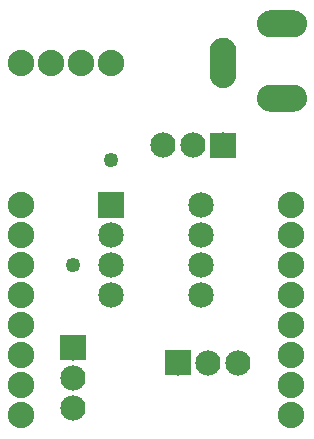
<source format=gbs>
G04 MADE WITH FRITZING*
G04 WWW.FRITZING.ORG*
G04 DOUBLE SIDED*
G04 HOLES PLATED*
G04 CONTOUR ON CENTER OF CONTOUR VECTOR*
%ASAXBY*%
%FSLAX23Y23*%
%MOIN*%
%OFA0B0*%
%SFA1.0B1.0*%
%ADD10C,0.049370*%
%ADD11C,0.085000*%
%ADD12C,0.084000*%
%ADD13C,0.088000*%
%ADD14C,0.088740*%
%ADD15R,0.085000X0.085000*%
%ADD16R,0.001000X0.001000*%
%LNMASK0*%
G90*
G70*
G54D10*
X379Y944D03*
X254Y594D03*
G54D11*
X379Y794D03*
X679Y794D03*
X379Y694D03*
X679Y694D03*
X379Y594D03*
X679Y594D03*
X379Y494D03*
X679Y494D03*
G54D12*
X254Y319D03*
X254Y219D03*
X254Y119D03*
X754Y994D03*
X654Y994D03*
X554Y994D03*
G54D13*
X79Y1269D03*
X179Y1269D03*
X279Y1269D03*
X379Y1269D03*
X79Y94D03*
X79Y194D03*
X79Y294D03*
X79Y394D03*
X79Y494D03*
X79Y594D03*
X79Y694D03*
X79Y794D03*
X979Y794D03*
X979Y694D03*
X979Y594D03*
X979Y494D03*
X979Y394D03*
X979Y294D03*
X979Y194D03*
X979Y94D03*
G54D12*
X604Y269D03*
X704Y269D03*
X804Y269D03*
G54D14*
X951Y1151D03*
X951Y1399D03*
X754Y1269D03*
G54D15*
X379Y794D03*
G54D16*
X907Y1443D02*
X993Y1443D01*
X901Y1442D02*
X999Y1442D01*
X898Y1441D02*
X1003Y1441D01*
X895Y1440D02*
X1005Y1440D01*
X893Y1439D02*
X1008Y1439D01*
X890Y1438D02*
X1010Y1438D01*
X889Y1437D02*
X1011Y1437D01*
X887Y1436D02*
X1013Y1436D01*
X886Y1435D02*
X1015Y1435D01*
X884Y1434D02*
X1016Y1434D01*
X883Y1433D02*
X1017Y1433D01*
X882Y1432D02*
X1018Y1432D01*
X881Y1431D02*
X1019Y1431D01*
X880Y1430D02*
X1020Y1430D01*
X879Y1429D02*
X1021Y1429D01*
X878Y1428D02*
X1022Y1428D01*
X877Y1427D02*
X1023Y1427D01*
X876Y1426D02*
X1024Y1426D01*
X875Y1425D02*
X1025Y1425D01*
X875Y1424D02*
X1025Y1424D01*
X874Y1423D02*
X1026Y1423D01*
X873Y1422D02*
X1027Y1422D01*
X873Y1421D02*
X1027Y1421D01*
X872Y1420D02*
X1028Y1420D01*
X872Y1419D02*
X1028Y1419D01*
X871Y1418D02*
X1029Y1418D01*
X871Y1417D02*
X1029Y1417D01*
X870Y1416D02*
X1030Y1416D01*
X870Y1415D02*
X1030Y1415D01*
X870Y1414D02*
X1030Y1414D01*
X869Y1413D02*
X945Y1413D01*
X955Y1413D02*
X1031Y1413D01*
X869Y1412D02*
X943Y1412D01*
X957Y1412D02*
X1031Y1412D01*
X869Y1411D02*
X941Y1411D01*
X959Y1411D02*
X1031Y1411D01*
X868Y1410D02*
X940Y1410D01*
X960Y1410D02*
X1032Y1410D01*
X868Y1409D02*
X939Y1409D01*
X961Y1409D02*
X1032Y1409D01*
X868Y1408D02*
X938Y1408D01*
X962Y1408D02*
X1032Y1408D01*
X868Y1407D02*
X937Y1407D01*
X963Y1407D02*
X1032Y1407D01*
X868Y1406D02*
X937Y1406D01*
X963Y1406D02*
X1033Y1406D01*
X867Y1405D02*
X936Y1405D01*
X964Y1405D02*
X1033Y1405D01*
X867Y1404D02*
X936Y1404D01*
X964Y1404D02*
X1033Y1404D01*
X867Y1403D02*
X935Y1403D01*
X965Y1403D02*
X1033Y1403D01*
X867Y1402D02*
X935Y1402D01*
X965Y1402D02*
X1033Y1402D01*
X867Y1401D02*
X935Y1401D01*
X965Y1401D02*
X1033Y1401D01*
X867Y1400D02*
X935Y1400D01*
X965Y1400D02*
X1033Y1400D01*
X867Y1399D02*
X935Y1399D01*
X965Y1399D02*
X1033Y1399D01*
X867Y1398D02*
X935Y1398D01*
X965Y1398D02*
X1033Y1398D01*
X867Y1397D02*
X935Y1397D01*
X965Y1397D02*
X1033Y1397D01*
X867Y1396D02*
X935Y1396D01*
X965Y1396D02*
X1033Y1396D01*
X867Y1395D02*
X935Y1395D01*
X965Y1395D02*
X1033Y1395D01*
X867Y1394D02*
X936Y1394D01*
X964Y1394D02*
X1033Y1394D01*
X867Y1393D02*
X936Y1393D01*
X964Y1393D02*
X1033Y1393D01*
X867Y1392D02*
X937Y1392D01*
X964Y1392D02*
X1033Y1392D01*
X868Y1391D02*
X937Y1391D01*
X963Y1391D02*
X1032Y1391D01*
X868Y1390D02*
X938Y1390D01*
X962Y1390D02*
X1032Y1390D01*
X868Y1389D02*
X939Y1389D01*
X961Y1389D02*
X1032Y1389D01*
X868Y1388D02*
X940Y1388D01*
X960Y1388D02*
X1032Y1388D01*
X869Y1387D02*
X941Y1387D01*
X959Y1387D02*
X1031Y1387D01*
X869Y1386D02*
X943Y1386D01*
X958Y1386D02*
X1031Y1386D01*
X869Y1385D02*
X945Y1385D01*
X955Y1385D02*
X1031Y1385D01*
X870Y1384D02*
X1031Y1384D01*
X870Y1383D02*
X1030Y1383D01*
X870Y1382D02*
X1030Y1382D01*
X871Y1381D02*
X1029Y1381D01*
X871Y1380D02*
X1029Y1380D01*
X872Y1379D02*
X1028Y1379D01*
X872Y1378D02*
X1028Y1378D01*
X873Y1377D02*
X1027Y1377D01*
X873Y1376D02*
X1027Y1376D01*
X874Y1375D02*
X1026Y1375D01*
X875Y1374D02*
X1026Y1374D01*
X875Y1373D02*
X1025Y1373D01*
X876Y1372D02*
X1024Y1372D01*
X877Y1371D02*
X1023Y1371D01*
X878Y1370D02*
X1022Y1370D01*
X879Y1369D02*
X1022Y1369D01*
X879Y1368D02*
X1021Y1368D01*
X880Y1367D02*
X1020Y1367D01*
X882Y1366D02*
X1019Y1366D01*
X883Y1365D02*
X1017Y1365D01*
X884Y1364D02*
X1016Y1364D01*
X885Y1363D02*
X1015Y1363D01*
X887Y1362D02*
X1013Y1362D01*
X888Y1361D02*
X1012Y1361D01*
X890Y1360D02*
X1010Y1360D01*
X892Y1359D02*
X1008Y1359D01*
X894Y1358D02*
X1006Y1358D01*
X897Y1357D02*
X1003Y1357D01*
X900Y1356D02*
X1000Y1356D01*
X905Y1355D02*
X995Y1355D01*
X746Y1352D02*
X760Y1352D01*
X742Y1351D02*
X765Y1351D01*
X739Y1350D02*
X768Y1350D01*
X736Y1349D02*
X770Y1349D01*
X734Y1348D02*
X772Y1348D01*
X732Y1347D02*
X774Y1347D01*
X731Y1346D02*
X776Y1346D01*
X729Y1345D02*
X778Y1345D01*
X728Y1344D02*
X779Y1344D01*
X726Y1343D02*
X780Y1343D01*
X725Y1342D02*
X782Y1342D01*
X724Y1341D02*
X783Y1341D01*
X723Y1340D02*
X784Y1340D01*
X722Y1339D02*
X785Y1339D01*
X721Y1338D02*
X786Y1338D01*
X720Y1337D02*
X787Y1337D01*
X719Y1336D02*
X787Y1336D01*
X718Y1335D02*
X788Y1335D01*
X718Y1334D02*
X789Y1334D01*
X717Y1333D02*
X790Y1333D01*
X716Y1332D02*
X790Y1332D01*
X716Y1331D02*
X791Y1331D01*
X715Y1330D02*
X791Y1330D01*
X715Y1329D02*
X792Y1329D01*
X714Y1328D02*
X792Y1328D01*
X714Y1327D02*
X793Y1327D01*
X713Y1326D02*
X793Y1326D01*
X713Y1325D02*
X794Y1325D01*
X712Y1324D02*
X794Y1324D01*
X712Y1323D02*
X795Y1323D01*
X712Y1322D02*
X795Y1322D01*
X711Y1321D02*
X795Y1321D01*
X711Y1320D02*
X795Y1320D01*
X711Y1319D02*
X796Y1319D01*
X711Y1318D02*
X796Y1318D01*
X710Y1317D02*
X796Y1317D01*
X710Y1316D02*
X796Y1316D01*
X710Y1315D02*
X797Y1315D01*
X710Y1314D02*
X797Y1314D01*
X710Y1313D02*
X797Y1313D01*
X710Y1312D02*
X797Y1312D01*
X710Y1311D02*
X797Y1311D01*
X710Y1310D02*
X797Y1310D01*
X709Y1309D02*
X797Y1309D01*
X709Y1308D02*
X797Y1308D01*
X709Y1307D02*
X797Y1307D01*
X709Y1306D02*
X797Y1306D01*
X709Y1305D02*
X797Y1305D01*
X709Y1304D02*
X797Y1304D01*
X709Y1303D02*
X797Y1303D01*
X709Y1302D02*
X797Y1302D01*
X709Y1301D02*
X797Y1301D01*
X709Y1300D02*
X797Y1300D01*
X709Y1299D02*
X797Y1299D01*
X709Y1298D02*
X797Y1298D01*
X709Y1297D02*
X797Y1297D01*
X709Y1296D02*
X797Y1296D01*
X709Y1295D02*
X797Y1295D01*
X709Y1294D02*
X797Y1294D01*
X709Y1293D02*
X797Y1293D01*
X709Y1292D02*
X797Y1292D01*
X709Y1291D02*
X797Y1291D01*
X709Y1290D02*
X797Y1290D01*
X709Y1289D02*
X797Y1289D01*
X709Y1288D02*
X797Y1288D01*
X709Y1287D02*
X797Y1287D01*
X709Y1286D02*
X797Y1286D01*
X709Y1285D02*
X797Y1285D01*
X709Y1284D02*
X797Y1284D01*
X709Y1283D02*
X748Y1283D01*
X758Y1283D02*
X797Y1283D01*
X709Y1282D02*
X746Y1282D01*
X761Y1282D02*
X797Y1282D01*
X709Y1281D02*
X744Y1281D01*
X762Y1281D02*
X797Y1281D01*
X709Y1280D02*
X743Y1280D01*
X763Y1280D02*
X797Y1280D01*
X709Y1279D02*
X742Y1279D01*
X765Y1279D02*
X797Y1279D01*
X709Y1278D02*
X741Y1278D01*
X765Y1278D02*
X797Y1278D01*
X709Y1277D02*
X740Y1277D01*
X766Y1277D02*
X797Y1277D01*
X709Y1276D02*
X740Y1276D01*
X767Y1276D02*
X797Y1276D01*
X709Y1275D02*
X739Y1275D01*
X767Y1275D02*
X797Y1275D01*
X709Y1274D02*
X739Y1274D01*
X768Y1274D02*
X797Y1274D01*
X709Y1273D02*
X739Y1273D01*
X768Y1273D02*
X797Y1273D01*
X709Y1272D02*
X738Y1272D01*
X768Y1272D02*
X797Y1272D01*
X709Y1271D02*
X738Y1271D01*
X768Y1271D02*
X797Y1271D01*
X709Y1270D02*
X738Y1270D01*
X768Y1270D02*
X797Y1270D01*
X709Y1269D02*
X738Y1269D01*
X768Y1269D02*
X797Y1269D01*
X709Y1268D02*
X738Y1268D01*
X768Y1268D02*
X797Y1268D01*
X709Y1267D02*
X738Y1267D01*
X768Y1267D02*
X797Y1267D01*
X709Y1266D02*
X738Y1266D01*
X768Y1266D02*
X797Y1266D01*
X709Y1265D02*
X739Y1265D01*
X768Y1265D02*
X797Y1265D01*
X709Y1264D02*
X739Y1264D01*
X768Y1264D02*
X797Y1264D01*
X709Y1263D02*
X739Y1263D01*
X767Y1263D02*
X797Y1263D01*
X709Y1262D02*
X740Y1262D01*
X767Y1262D02*
X797Y1262D01*
X709Y1261D02*
X741Y1261D01*
X766Y1261D02*
X797Y1261D01*
X709Y1260D02*
X741Y1260D01*
X765Y1260D02*
X797Y1260D01*
X709Y1259D02*
X742Y1259D01*
X764Y1259D02*
X797Y1259D01*
X709Y1258D02*
X743Y1258D01*
X763Y1258D02*
X797Y1258D01*
X709Y1257D02*
X744Y1257D01*
X762Y1257D02*
X797Y1257D01*
X709Y1256D02*
X746Y1256D01*
X761Y1256D02*
X797Y1256D01*
X709Y1255D02*
X748Y1255D01*
X758Y1255D02*
X797Y1255D01*
X709Y1254D02*
X797Y1254D01*
X709Y1253D02*
X797Y1253D01*
X709Y1252D02*
X797Y1252D01*
X709Y1251D02*
X797Y1251D01*
X709Y1250D02*
X797Y1250D01*
X709Y1249D02*
X797Y1249D01*
X709Y1248D02*
X797Y1248D01*
X709Y1247D02*
X797Y1247D01*
X709Y1246D02*
X797Y1246D01*
X709Y1245D02*
X797Y1245D01*
X709Y1244D02*
X797Y1244D01*
X709Y1243D02*
X797Y1243D01*
X709Y1242D02*
X797Y1242D01*
X709Y1241D02*
X797Y1241D01*
X709Y1240D02*
X797Y1240D01*
X709Y1239D02*
X797Y1239D01*
X709Y1238D02*
X797Y1238D01*
X709Y1237D02*
X797Y1237D01*
X709Y1236D02*
X797Y1236D01*
X709Y1235D02*
X797Y1235D01*
X709Y1234D02*
X797Y1234D01*
X709Y1233D02*
X797Y1233D01*
X709Y1232D02*
X797Y1232D01*
X709Y1231D02*
X797Y1231D01*
X709Y1230D02*
X797Y1230D01*
X710Y1229D02*
X797Y1229D01*
X710Y1228D02*
X797Y1228D01*
X710Y1227D02*
X797Y1227D01*
X710Y1226D02*
X797Y1226D01*
X710Y1225D02*
X797Y1225D01*
X710Y1224D02*
X797Y1224D01*
X710Y1223D02*
X797Y1223D01*
X710Y1222D02*
X796Y1222D01*
X710Y1221D02*
X796Y1221D01*
X711Y1220D02*
X796Y1220D01*
X711Y1219D02*
X796Y1219D01*
X711Y1218D02*
X795Y1218D01*
X711Y1217D02*
X795Y1217D01*
X712Y1216D02*
X795Y1216D01*
X712Y1215D02*
X795Y1215D01*
X712Y1214D02*
X794Y1214D01*
X713Y1213D02*
X794Y1213D01*
X713Y1212D02*
X793Y1212D01*
X714Y1211D02*
X793Y1211D01*
X714Y1210D02*
X792Y1210D01*
X715Y1209D02*
X792Y1209D01*
X715Y1208D02*
X791Y1208D01*
X716Y1207D02*
X791Y1207D01*
X716Y1206D02*
X790Y1206D01*
X717Y1205D02*
X790Y1205D01*
X718Y1204D02*
X789Y1204D01*
X718Y1203D02*
X788Y1203D01*
X719Y1202D02*
X787Y1202D01*
X720Y1201D02*
X787Y1201D01*
X721Y1200D02*
X786Y1200D01*
X722Y1199D02*
X785Y1199D01*
X723Y1198D02*
X784Y1198D01*
X724Y1197D02*
X783Y1197D01*
X725Y1196D02*
X782Y1196D01*
X726Y1195D02*
X780Y1195D01*
X906Y1195D02*
X994Y1195D01*
X728Y1194D02*
X779Y1194D01*
X901Y1194D02*
X999Y1194D01*
X729Y1193D02*
X778Y1193D01*
X897Y1193D02*
X1003Y1193D01*
X731Y1192D02*
X776Y1192D01*
X895Y1192D02*
X1005Y1192D01*
X732Y1191D02*
X774Y1191D01*
X892Y1191D02*
X1008Y1191D01*
X734Y1190D02*
X772Y1190D01*
X890Y1190D02*
X1010Y1190D01*
X736Y1189D02*
X770Y1189D01*
X889Y1189D02*
X1011Y1189D01*
X739Y1188D02*
X768Y1188D01*
X887Y1188D02*
X1013Y1188D01*
X742Y1187D02*
X765Y1187D01*
X885Y1187D02*
X1015Y1187D01*
X747Y1186D02*
X760Y1186D01*
X884Y1186D02*
X1016Y1186D01*
X883Y1185D02*
X1017Y1185D01*
X882Y1184D02*
X1018Y1184D01*
X881Y1183D02*
X1019Y1183D01*
X880Y1182D02*
X1021Y1182D01*
X879Y1181D02*
X1021Y1181D01*
X878Y1180D02*
X1022Y1180D01*
X877Y1179D02*
X1023Y1179D01*
X876Y1178D02*
X1024Y1178D01*
X875Y1177D02*
X1025Y1177D01*
X875Y1176D02*
X1025Y1176D01*
X874Y1175D02*
X1026Y1175D01*
X873Y1174D02*
X1027Y1174D01*
X873Y1173D02*
X1027Y1173D01*
X872Y1172D02*
X1028Y1172D01*
X872Y1171D02*
X1028Y1171D01*
X871Y1170D02*
X1029Y1170D01*
X871Y1169D02*
X1029Y1169D01*
X870Y1168D02*
X1030Y1168D01*
X870Y1167D02*
X1030Y1167D01*
X870Y1166D02*
X1030Y1166D01*
X869Y1165D02*
X945Y1165D01*
X955Y1165D02*
X1031Y1165D01*
X869Y1164D02*
X943Y1164D01*
X957Y1164D02*
X1031Y1164D01*
X869Y1163D02*
X941Y1163D01*
X959Y1163D02*
X1031Y1163D01*
X868Y1162D02*
X940Y1162D01*
X960Y1162D02*
X1032Y1162D01*
X868Y1161D02*
X939Y1161D01*
X961Y1161D02*
X1032Y1161D01*
X868Y1160D02*
X938Y1160D01*
X962Y1160D02*
X1032Y1160D01*
X868Y1159D02*
X937Y1159D01*
X963Y1159D02*
X1032Y1159D01*
X868Y1158D02*
X937Y1158D01*
X963Y1158D02*
X1033Y1158D01*
X867Y1157D02*
X936Y1157D01*
X964Y1157D02*
X1033Y1157D01*
X867Y1156D02*
X936Y1156D01*
X964Y1156D02*
X1033Y1156D01*
X867Y1155D02*
X935Y1155D01*
X965Y1155D02*
X1033Y1155D01*
X867Y1154D02*
X935Y1154D01*
X965Y1154D02*
X1033Y1154D01*
X867Y1153D02*
X935Y1153D01*
X965Y1153D02*
X1033Y1153D01*
X867Y1152D02*
X935Y1152D01*
X965Y1152D02*
X1033Y1152D01*
X867Y1151D02*
X935Y1151D01*
X965Y1151D02*
X1033Y1151D01*
X867Y1150D02*
X935Y1150D01*
X965Y1150D02*
X1033Y1150D01*
X867Y1149D02*
X935Y1149D01*
X965Y1149D02*
X1033Y1149D01*
X867Y1148D02*
X935Y1148D01*
X965Y1148D02*
X1033Y1148D01*
X867Y1147D02*
X935Y1147D01*
X965Y1147D02*
X1033Y1147D01*
X867Y1146D02*
X936Y1146D01*
X964Y1146D02*
X1033Y1146D01*
X867Y1145D02*
X936Y1145D01*
X964Y1145D02*
X1033Y1145D01*
X867Y1144D02*
X937Y1144D01*
X963Y1144D02*
X1033Y1144D01*
X868Y1143D02*
X937Y1143D01*
X963Y1143D02*
X1032Y1143D01*
X868Y1142D02*
X938Y1142D01*
X962Y1142D02*
X1032Y1142D01*
X868Y1141D02*
X939Y1141D01*
X961Y1141D02*
X1032Y1141D01*
X868Y1140D02*
X940Y1140D01*
X960Y1140D02*
X1032Y1140D01*
X869Y1139D02*
X941Y1139D01*
X959Y1139D02*
X1031Y1139D01*
X869Y1138D02*
X943Y1138D01*
X957Y1138D02*
X1031Y1138D01*
X869Y1137D02*
X945Y1137D01*
X955Y1137D02*
X1031Y1137D01*
X870Y1136D02*
X1031Y1136D01*
X870Y1135D02*
X1030Y1135D01*
X870Y1134D02*
X1030Y1134D01*
X871Y1133D02*
X1029Y1133D01*
X871Y1132D02*
X1029Y1132D01*
X872Y1131D02*
X1028Y1131D01*
X872Y1130D02*
X1028Y1130D01*
X873Y1129D02*
X1027Y1129D01*
X873Y1128D02*
X1027Y1128D01*
X874Y1127D02*
X1026Y1127D01*
X875Y1126D02*
X1025Y1126D01*
X875Y1125D02*
X1025Y1125D01*
X876Y1124D02*
X1024Y1124D01*
X877Y1123D02*
X1023Y1123D01*
X878Y1122D02*
X1022Y1122D01*
X879Y1121D02*
X1022Y1121D01*
X879Y1120D02*
X1021Y1120D01*
X880Y1119D02*
X1020Y1119D01*
X882Y1118D02*
X1018Y1118D01*
X883Y1117D02*
X1017Y1117D01*
X884Y1116D02*
X1016Y1116D01*
X885Y1115D02*
X1015Y1115D01*
X887Y1114D02*
X1013Y1114D01*
X888Y1113D02*
X1012Y1113D01*
X890Y1112D02*
X1010Y1112D01*
X892Y1111D02*
X1008Y1111D01*
X894Y1110D02*
X1006Y1110D01*
X897Y1109D02*
X1003Y1109D01*
X901Y1108D02*
X1000Y1108D01*
X906Y1107D02*
X994Y1107D01*
X712Y1036D02*
X794Y1036D01*
X712Y1035D02*
X795Y1035D01*
X712Y1034D02*
X795Y1034D01*
X712Y1033D02*
X795Y1033D01*
X712Y1032D02*
X795Y1032D01*
X712Y1031D02*
X795Y1031D01*
X712Y1030D02*
X795Y1030D01*
X712Y1029D02*
X795Y1029D01*
X712Y1028D02*
X795Y1028D01*
X712Y1027D02*
X795Y1027D01*
X712Y1026D02*
X795Y1026D01*
X712Y1025D02*
X795Y1025D01*
X712Y1024D02*
X795Y1024D01*
X712Y1023D02*
X795Y1023D01*
X712Y1022D02*
X795Y1022D01*
X712Y1021D02*
X795Y1021D01*
X712Y1020D02*
X795Y1020D01*
X712Y1019D02*
X795Y1019D01*
X712Y1018D02*
X795Y1018D01*
X712Y1017D02*
X795Y1017D01*
X712Y1016D02*
X795Y1016D01*
X712Y1015D02*
X795Y1015D01*
X712Y1014D02*
X795Y1014D01*
X712Y1013D02*
X795Y1013D01*
X712Y1012D02*
X795Y1012D01*
X712Y1011D02*
X795Y1011D01*
X712Y1010D02*
X795Y1010D01*
X712Y1009D02*
X795Y1009D01*
X712Y1008D02*
X748Y1008D01*
X759Y1008D02*
X795Y1008D01*
X712Y1007D02*
X746Y1007D01*
X761Y1007D02*
X795Y1007D01*
X712Y1006D02*
X744Y1006D01*
X762Y1006D02*
X795Y1006D01*
X712Y1005D02*
X743Y1005D01*
X764Y1005D02*
X795Y1005D01*
X712Y1004D02*
X742Y1004D01*
X765Y1004D02*
X795Y1004D01*
X712Y1003D02*
X741Y1003D01*
X765Y1003D02*
X795Y1003D01*
X712Y1002D02*
X740Y1002D01*
X766Y1002D02*
X795Y1002D01*
X712Y1001D02*
X740Y1001D01*
X767Y1001D02*
X795Y1001D01*
X712Y1000D02*
X739Y1000D01*
X767Y1000D02*
X795Y1000D01*
X712Y999D02*
X739Y999D01*
X768Y999D02*
X795Y999D01*
X712Y998D02*
X739Y998D01*
X768Y998D02*
X795Y998D01*
X712Y997D02*
X738Y997D01*
X768Y997D02*
X795Y997D01*
X712Y996D02*
X738Y996D01*
X768Y996D02*
X795Y996D01*
X712Y995D02*
X738Y995D01*
X768Y995D02*
X795Y995D01*
X712Y994D02*
X738Y994D01*
X768Y994D02*
X795Y994D01*
X712Y993D02*
X738Y993D01*
X768Y993D02*
X795Y993D01*
X712Y992D02*
X738Y992D01*
X768Y992D02*
X795Y992D01*
X712Y991D02*
X738Y991D01*
X768Y991D02*
X795Y991D01*
X712Y990D02*
X739Y990D01*
X768Y990D02*
X795Y990D01*
X712Y989D02*
X739Y989D01*
X768Y989D02*
X795Y989D01*
X712Y988D02*
X739Y988D01*
X767Y988D02*
X795Y988D01*
X712Y987D02*
X740Y987D01*
X767Y987D02*
X795Y987D01*
X712Y986D02*
X741Y986D01*
X766Y986D02*
X795Y986D01*
X712Y985D02*
X741Y985D01*
X765Y985D02*
X795Y985D01*
X712Y984D02*
X742Y984D01*
X764Y984D02*
X795Y984D01*
X712Y983D02*
X743Y983D01*
X763Y983D02*
X795Y983D01*
X712Y982D02*
X744Y982D01*
X762Y982D02*
X795Y982D01*
X712Y981D02*
X746Y981D01*
X760Y981D02*
X795Y981D01*
X712Y980D02*
X749Y980D01*
X758Y980D02*
X795Y980D01*
X712Y979D02*
X795Y979D01*
X712Y978D02*
X795Y978D01*
X712Y977D02*
X795Y977D01*
X712Y976D02*
X795Y976D01*
X712Y975D02*
X795Y975D01*
X712Y974D02*
X795Y974D01*
X712Y973D02*
X795Y973D01*
X712Y972D02*
X795Y972D01*
X712Y971D02*
X795Y971D01*
X712Y970D02*
X795Y970D01*
X712Y969D02*
X795Y969D01*
X712Y968D02*
X795Y968D01*
X712Y967D02*
X795Y967D01*
X712Y966D02*
X795Y966D01*
X712Y965D02*
X795Y965D01*
X712Y964D02*
X795Y964D01*
X712Y963D02*
X795Y963D01*
X712Y962D02*
X795Y962D01*
X712Y961D02*
X795Y961D01*
X712Y960D02*
X795Y960D01*
X712Y959D02*
X795Y959D01*
X712Y958D02*
X795Y958D01*
X712Y957D02*
X795Y957D01*
X712Y956D02*
X795Y956D01*
X712Y955D02*
X795Y955D01*
X712Y954D02*
X795Y954D01*
X712Y953D02*
X795Y953D01*
X212Y361D02*
X295Y361D01*
X212Y360D02*
X295Y360D01*
X212Y359D02*
X295Y359D01*
X212Y358D02*
X295Y358D01*
X212Y357D02*
X295Y357D01*
X212Y356D02*
X295Y356D01*
X212Y355D02*
X295Y355D01*
X212Y354D02*
X295Y354D01*
X212Y353D02*
X295Y353D01*
X212Y352D02*
X295Y352D01*
X212Y351D02*
X295Y351D01*
X212Y350D02*
X295Y350D01*
X212Y349D02*
X295Y349D01*
X212Y348D02*
X295Y348D01*
X212Y347D02*
X295Y347D01*
X212Y346D02*
X295Y346D01*
X212Y345D02*
X295Y345D01*
X212Y344D02*
X295Y344D01*
X212Y343D02*
X295Y343D01*
X212Y342D02*
X295Y342D01*
X212Y341D02*
X295Y341D01*
X212Y340D02*
X295Y340D01*
X212Y339D02*
X295Y339D01*
X212Y338D02*
X295Y338D01*
X212Y337D02*
X295Y337D01*
X212Y336D02*
X295Y336D01*
X212Y335D02*
X295Y335D01*
X212Y334D02*
X295Y334D01*
X212Y333D02*
X248Y333D01*
X260Y333D02*
X295Y333D01*
X212Y332D02*
X246Y332D01*
X262Y332D02*
X295Y332D01*
X212Y331D02*
X244Y331D01*
X263Y331D02*
X295Y331D01*
X212Y330D02*
X243Y330D01*
X264Y330D02*
X295Y330D01*
X212Y329D02*
X242Y329D01*
X265Y329D02*
X295Y329D01*
X212Y328D02*
X241Y328D01*
X266Y328D02*
X295Y328D01*
X212Y327D02*
X241Y327D01*
X267Y327D02*
X295Y327D01*
X212Y326D02*
X240Y326D01*
X267Y326D02*
X295Y326D01*
X212Y325D02*
X240Y325D01*
X268Y325D02*
X295Y325D01*
X212Y324D02*
X239Y324D01*
X268Y324D02*
X295Y324D01*
X212Y323D02*
X239Y323D01*
X268Y323D02*
X295Y323D01*
X212Y322D02*
X239Y322D01*
X269Y322D02*
X295Y322D01*
X212Y321D02*
X239Y321D01*
X269Y321D02*
X295Y321D01*
X212Y320D02*
X238Y320D01*
X269Y320D02*
X295Y320D01*
X212Y319D02*
X238Y319D01*
X269Y319D02*
X295Y319D01*
X212Y318D02*
X239Y318D01*
X269Y318D02*
X295Y318D01*
X212Y317D02*
X239Y317D01*
X269Y317D02*
X295Y317D01*
X212Y316D02*
X239Y316D01*
X268Y316D02*
X295Y316D01*
X212Y315D02*
X239Y315D01*
X268Y315D02*
X295Y315D01*
X212Y314D02*
X239Y314D01*
X268Y314D02*
X295Y314D01*
X212Y313D02*
X240Y313D01*
X267Y313D02*
X295Y313D01*
X212Y312D02*
X240Y312D01*
X267Y312D02*
X295Y312D01*
X212Y311D02*
X241Y311D01*
X266Y311D02*
X295Y311D01*
X562Y311D02*
X645Y311D01*
X212Y310D02*
X242Y310D01*
X265Y310D02*
X295Y310D01*
X562Y310D02*
X645Y310D01*
X212Y309D02*
X243Y309D01*
X265Y309D02*
X295Y309D01*
X562Y309D02*
X645Y309D01*
X212Y308D02*
X244Y308D01*
X263Y308D02*
X295Y308D01*
X562Y308D02*
X645Y308D01*
X212Y307D02*
X245Y307D01*
X262Y307D02*
X295Y307D01*
X562Y307D02*
X645Y307D01*
X212Y306D02*
X247Y306D01*
X260Y306D02*
X295Y306D01*
X562Y306D02*
X645Y306D01*
X212Y305D02*
X250Y305D01*
X258Y305D02*
X295Y305D01*
X562Y305D02*
X645Y305D01*
X212Y304D02*
X295Y304D01*
X562Y304D02*
X645Y304D01*
X212Y303D02*
X295Y303D01*
X562Y303D02*
X645Y303D01*
X212Y302D02*
X295Y302D01*
X562Y302D02*
X645Y302D01*
X212Y301D02*
X295Y301D01*
X562Y301D02*
X645Y301D01*
X212Y300D02*
X295Y300D01*
X562Y300D02*
X645Y300D01*
X212Y299D02*
X295Y299D01*
X562Y299D02*
X645Y299D01*
X212Y298D02*
X295Y298D01*
X562Y298D02*
X645Y298D01*
X212Y297D02*
X295Y297D01*
X562Y297D02*
X645Y297D01*
X212Y296D02*
X295Y296D01*
X562Y296D02*
X645Y296D01*
X212Y295D02*
X295Y295D01*
X562Y295D02*
X645Y295D01*
X212Y294D02*
X295Y294D01*
X562Y294D02*
X645Y294D01*
X212Y293D02*
X295Y293D01*
X562Y293D02*
X645Y293D01*
X212Y292D02*
X295Y292D01*
X562Y292D02*
X645Y292D01*
X212Y291D02*
X295Y291D01*
X562Y291D02*
X645Y291D01*
X212Y290D02*
X295Y290D01*
X562Y290D02*
X645Y290D01*
X212Y289D02*
X295Y289D01*
X562Y289D02*
X645Y289D01*
X212Y288D02*
X295Y288D01*
X562Y288D02*
X645Y288D01*
X212Y287D02*
X295Y287D01*
X562Y287D02*
X645Y287D01*
X212Y286D02*
X295Y286D01*
X562Y286D02*
X645Y286D01*
X212Y285D02*
X295Y285D01*
X562Y285D02*
X645Y285D01*
X212Y284D02*
X295Y284D01*
X562Y284D02*
X600Y284D01*
X607Y284D02*
X645Y284D01*
X212Y283D02*
X295Y283D01*
X562Y283D02*
X597Y283D01*
X610Y283D02*
X645Y283D01*
X212Y282D02*
X295Y282D01*
X562Y282D02*
X595Y282D01*
X612Y282D02*
X645Y282D01*
X212Y281D02*
X295Y281D01*
X562Y281D02*
X594Y281D01*
X613Y281D02*
X645Y281D01*
X212Y280D02*
X295Y280D01*
X562Y280D02*
X592Y280D01*
X614Y280D02*
X645Y280D01*
X212Y279D02*
X295Y279D01*
X562Y279D02*
X592Y279D01*
X615Y279D02*
X645Y279D01*
X212Y278D02*
X295Y278D01*
X562Y278D02*
X591Y278D01*
X616Y278D02*
X645Y278D01*
X562Y277D02*
X590Y277D01*
X617Y277D02*
X645Y277D01*
X562Y276D02*
X589Y276D01*
X617Y276D02*
X645Y276D01*
X562Y275D02*
X589Y275D01*
X618Y275D02*
X645Y275D01*
X562Y274D02*
X589Y274D01*
X618Y274D02*
X645Y274D01*
X562Y273D02*
X588Y273D01*
X618Y273D02*
X645Y273D01*
X562Y272D02*
X588Y272D01*
X619Y272D02*
X645Y272D01*
X562Y271D02*
X588Y271D01*
X619Y271D02*
X645Y271D01*
X562Y270D02*
X588Y270D01*
X619Y270D02*
X645Y270D01*
X562Y269D02*
X588Y269D01*
X619Y269D02*
X645Y269D01*
X562Y268D02*
X588Y268D01*
X619Y268D02*
X645Y268D01*
X562Y267D02*
X588Y267D01*
X619Y267D02*
X645Y267D01*
X562Y266D02*
X588Y266D01*
X619Y266D02*
X645Y266D01*
X562Y265D02*
X589Y265D01*
X618Y265D02*
X645Y265D01*
X562Y264D02*
X589Y264D01*
X618Y264D02*
X645Y264D01*
X562Y263D02*
X589Y263D01*
X618Y263D02*
X645Y263D01*
X562Y262D02*
X590Y262D01*
X617Y262D02*
X645Y262D01*
X562Y261D02*
X590Y261D01*
X616Y261D02*
X645Y261D01*
X562Y260D02*
X591Y260D01*
X616Y260D02*
X645Y260D01*
X562Y259D02*
X592Y259D01*
X615Y259D02*
X645Y259D01*
X562Y258D02*
X593Y258D01*
X614Y258D02*
X645Y258D01*
X562Y257D02*
X594Y257D01*
X612Y257D02*
X645Y257D01*
X562Y256D02*
X596Y256D01*
X611Y256D02*
X645Y256D01*
X562Y255D02*
X598Y255D01*
X608Y255D02*
X645Y255D01*
X562Y254D02*
X645Y254D01*
X562Y253D02*
X645Y253D01*
X562Y252D02*
X645Y252D01*
X562Y251D02*
X645Y251D01*
X562Y250D02*
X645Y250D01*
X562Y249D02*
X645Y249D01*
X562Y248D02*
X645Y248D01*
X562Y247D02*
X645Y247D01*
X562Y246D02*
X645Y246D01*
X562Y245D02*
X645Y245D01*
X562Y244D02*
X645Y244D01*
X562Y243D02*
X645Y243D01*
X562Y242D02*
X645Y242D01*
X562Y241D02*
X645Y241D01*
X562Y240D02*
X645Y240D01*
X562Y239D02*
X645Y239D01*
X562Y238D02*
X645Y238D01*
X562Y237D02*
X645Y237D01*
X562Y236D02*
X645Y236D01*
X562Y235D02*
X645Y235D01*
X562Y234D02*
X645Y234D01*
X562Y233D02*
X645Y233D01*
X562Y232D02*
X645Y232D01*
X562Y231D02*
X645Y231D01*
X562Y230D02*
X645Y230D01*
X562Y229D02*
X645Y229D01*
X562Y228D02*
X645Y228D01*
D02*
G04 End of Mask0*
M02*
</source>
